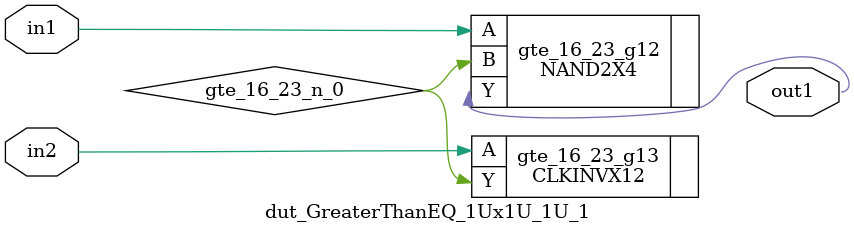
<source format=v>
`timescale 1ps / 1ps


module dut_GreaterThanEQ_1Ux1U_1U_1(in2, in1, out1);
  input in2, in1;
  output out1;
  wire in2, in1;
  wire out1;
  wire gte_16_23_n_0;
  NAND2X4 gte_16_23_g12(.A (in1), .B (gte_16_23_n_0), .Y (out1));
  CLKINVX12 gte_16_23_g13(.A (in2), .Y (gte_16_23_n_0));
endmodule



</source>
